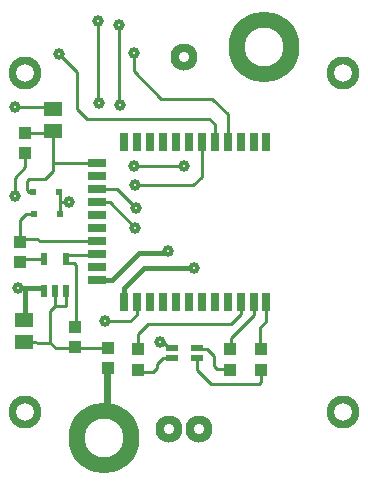
<source format=gbr>
G04 DipTrace 3.2.0.1*
G04 Íèæíèé.gbr*
%MOMM*%
G04 #@! TF.FileFunction,Copper,L2,Bot*
G04 #@! TF.Part,Single*
%ADD15C,0.3*%
%ADD35C,1.5*%
%ADD36C,3.3*%
%ADD37C,0.9*%
G04 #@! TA.AperFunction,Conductor*
%ADD10C,0.25*%
%ADD14C,0.6*%
%ADD16C,0.4*%
%ADD20R,1.5X1.3*%
%ADD22R,0.6X0.6*%
G04 #@! TA.AperFunction,ComponentPad*
%ADD23C,2.8*%
%ADD24C,6.0*%
%ADD25R,1.0X1.1*%
%ADD26R,1.0X0.6*%
G04 #@! TA.AperFunction,ComponentPad*
%ADD27C,2.3*%
%ADD31R,0.6X1.1*%
%ADD32R,1.5X0.7*%
%ADD33R,0.7X1.5*%
G04 #@! TA.AperFunction,ViaPad*
%ADD34C,1.0*%
%FSLAX35Y35*%
G04*
G71*
G90*
G75*
G01*
G04 Bottom*
%LPD*%
X-512957Y-499563D2*
D16*
Y-383993D1*
X-344150Y-215187D1*
X81533D1*
X-1409827Y-388883D2*
X-1349817D1*
X-1213247D1*
D10*
X-1189717Y-412413D1*
X-1349817Y-388883D2*
D16*
Y-647477D1*
D10*
X-1354667Y-652327D1*
X-421980Y649367D2*
X1113D1*
X1280Y649200D1*
X-105000Y-890000D2*
X-130003D1*
X-179310Y-840693D1*
X-206500D1*
X-1106763Y1131523D2*
X-1096707D1*
X-1081677Y1146553D1*
X-1434233D1*
Y1150403D1*
X-737957Y-319563D2*
D16*
X-612667D1*
X-378693Y-85590D1*
X-121317D1*
X-133117Y-73790D1*
X105000Y-890000D2*
D10*
Y-899210D1*
X197367D1*
X254973Y-956817D1*
Y-1044910D1*
X281950Y-1071887D1*
X386887D1*
X390000Y-1075000D1*
X105000Y-980000D2*
Y-1075427D1*
X228140Y-1198567D1*
X637637D1*
X652527Y-1183677D1*
Y-1077527D1*
X650000Y-1075000D1*
X147043Y850437D2*
Y557633D1*
X76633Y487223D1*
X-419263D1*
X-105000Y-980000D2*
X-183297D1*
X-228360Y-1025063D1*
Y-1060600D1*
X-260510Y-1092750D1*
X-372250D1*
X-390000Y-1075000D1*
X-675000Y-1655000D2*
X-652130D1*
D14*
Y-1072247D1*
D10*
X-643640Y-1063757D1*
X-553437Y1838343D2*
Y1176200D1*
X-545530Y1168293D1*
X-737957Y450437D2*
X-565390D1*
X-410337Y295387D1*
X-730460Y1876063D2*
X-725820D1*
Y1190750D1*
X-720487Y1185417D1*
X-737957Y340437D2*
X-631363D1*
X-413637Y122710D1*
X257043Y850437D2*
Y1005890D1*
X214227Y1048707D1*
X-821370D1*
X-906713Y1134050D1*
Y1447127D1*
X-1056987Y1597400D1*
X367043Y850437D2*
Y1087940D1*
X235690Y1219293D1*
X-194450D1*
X-425293Y1450137D1*
Y1601153D1*
X-999717Y-142413D2*
Y-173230D1*
X-932853D1*
X-915460Y-190623D1*
Y-718213D1*
X-923040D1*
X-737957Y-99563D2*
Y-106360D1*
X-999717D1*
Y-142413D1*
X-1094717Y-412413D2*
Y-536633D1*
X-996477D1*
Y-460393D1*
X-999717D1*
Y-412413D1*
X-643640Y-893757D2*
Y-896503D1*
X-923040D1*
X-1085807D1*
X-1135857Y-846453D1*
Y-577770D1*
X-1094717Y-536633D1*
X-1354667Y-842327D2*
X-1135857Y-846453D1*
X-923040Y-888213D2*
Y-896503D1*
X-1189717Y-142413D2*
Y-138490D1*
X-1361997D1*
X-1388547Y-165043D1*
Y4957D2*
Y191443D1*
X-1338390Y241600D1*
X-1275820D1*
X-1272897Y244523D1*
X-737957Y10437D2*
X-1223407D1*
X-1246777Y33807D1*
X-1359697D1*
X-1388547Y4957D1*
X-1052897Y244523D2*
Y328807D1*
Y427307D1*
X-1056510Y430920D1*
X-972023Y341477D2*
X-1040227D1*
X-1052897Y328807D1*
X-402957Y-499563D2*
Y-614380D1*
X-456870Y-668293D1*
X-664193D1*
X-667097Y-665390D1*
X-1276510Y430920D2*
X-1311507D1*
X-1328513Y447927D1*
Y524223D1*
X-1314670Y538067D1*
X-1179040D1*
X-1114063Y603043D1*
Y670437D1*
Y922680D1*
X-1106763D1*
Y941523D1*
X-1343513Y925657D2*
X-1117040D1*
X-1114063Y922680D1*
X-737957Y670437D2*
X-1114063D1*
X-1433563Y395760D2*
Y547570D1*
X-1343513Y637620D1*
Y755657D1*
X697043Y-499563D2*
Y-664977D1*
X639317Y-722703D1*
Y-894317D1*
X650000Y-905000D1*
X587043Y-499563D2*
Y-614300D1*
X392660Y-808683D1*
Y-902340D1*
X390000Y-905000D1*
X477043Y-499563D2*
Y-605847D1*
X396460Y-686430D1*
X-303787D1*
X-390840Y-773483D1*
Y-904160D1*
X-390000Y-905000D1*
D34*
X81533Y-215187D3*
X-206500Y-840693D3*
X-413637Y122710D3*
X-730460Y1876063D3*
X-553437Y1838343D3*
X-1056987Y1597400D3*
X-425293Y1601153D3*
X-667097Y-665390D3*
X-972023Y341477D3*
X1280Y649200D3*
X-421980Y649367D3*
X-419263Y487223D3*
X-410337Y295387D3*
X-720487Y1185417D3*
X-1409827Y-388883D3*
X-1434233Y1150403D3*
X-1433563Y395760D3*
X-133117Y-73790D3*
X-545530Y1168293D3*
D20*
X-1354667Y-842327D3*
Y-652327D3*
X-1106763Y941523D3*
Y1131523D3*
D22*
X-1052897Y244523D3*
X-1272897D3*
X-1056510Y430920D3*
X-1276510D3*
D23*
X1345000Y1435000D3*
D24*
X675000Y1655000D3*
X-675000Y-1655000D3*
D23*
X1345000Y-1435000D3*
X-1345000Y1435000D3*
Y-1435000D3*
D25*
X-643640Y-1063757D3*
Y-893757D3*
X-1343513Y925657D3*
Y755657D3*
X-390000Y-905000D3*
Y-1075000D3*
X-923040Y-888213D3*
Y-718213D3*
X390000Y-905000D3*
Y-1075000D3*
X650000Y-905000D3*
Y-1075000D3*
X-1388547Y4957D3*
Y-165043D3*
D26*
X-105000Y-980000D3*
X105000D3*
X-105000Y-890000D3*
X105000D3*
D27*
X0Y1575000D3*
X-127000Y-1575000D3*
X127000D3*
D31*
X-999717Y-412413D3*
X-1094717D3*
X-1189717D3*
Y-142413D3*
X-999717D3*
D32*
X-737957Y-319563D3*
Y-209563D3*
Y-99563D3*
Y10437D3*
Y120437D3*
Y235437D3*
Y340437D3*
Y450437D3*
Y560437D3*
Y670437D3*
D33*
X-512957Y850437D3*
X-402957D3*
X-292957D3*
X-182957D3*
X-72957D3*
X37043D3*
X147043D3*
X257043D3*
X367043D3*
X477043D3*
X587043D3*
X697043D3*
X-512957Y-499563D3*
X-402957D3*
X-292957D3*
X-182957D3*
X-72957D3*
X37043D3*
X147043D3*
X257043D3*
X367043D3*
X477043D3*
X587043D3*
X697043D3*
G04 Bottom Clear*
%LPC*%
D15*
X81533Y-215187D3*
X-206500Y-840693D3*
X-413637Y122710D3*
X-730460Y1876063D3*
X-553437Y1838343D3*
X-1056987Y1597400D3*
X-425293Y1601153D3*
X-667097Y-665390D3*
X-972023Y341477D3*
X1280Y649200D3*
X-421980Y649367D3*
X-419263Y487223D3*
X-410337Y295387D3*
X-720487Y1185417D3*
X-1409827Y-388883D3*
X-1434233Y1150403D3*
X-1433563Y395760D3*
X-133117Y-73790D3*
X-545530Y1168293D3*
D35*
X1345000Y1435000D3*
D36*
X675000Y1655000D3*
X-675000Y-1655000D3*
D35*
X1345000Y-1435000D3*
X-1345000Y1435000D3*
Y-1435000D3*
D37*
X0Y1575000D3*
X-127000Y-1575000D3*
X127000D3*
M02*

</source>
